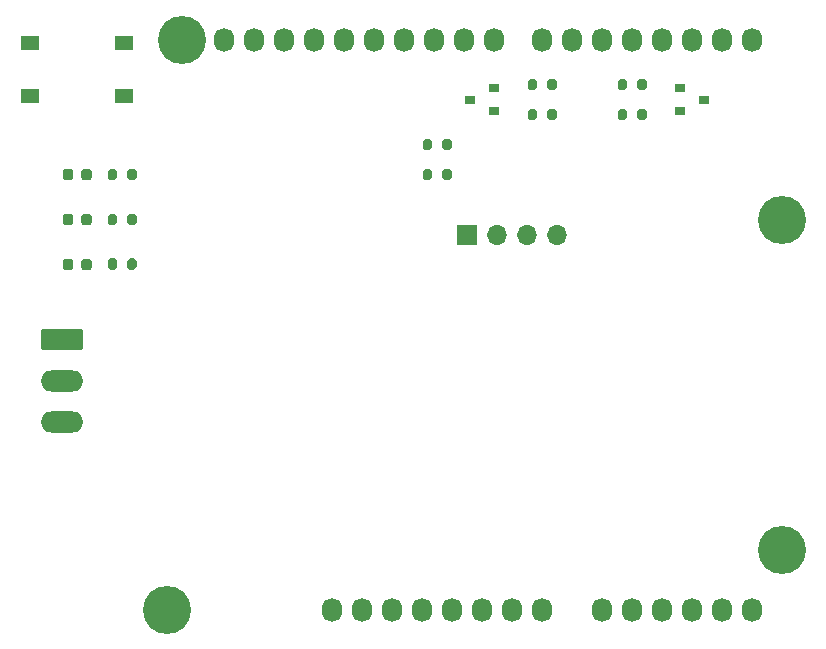
<source format=gbr>
%TF.GenerationSoftware,KiCad,Pcbnew,(5.1.10)-1*%
%TF.CreationDate,2021-10-27T21:18:11-05:00*%
%TF.ProjectId,KVLShield,4b564c53-6869-4656-9c64-2e6b69636164,1.0*%
%TF.SameCoordinates,Original*%
%TF.FileFunction,Soldermask,Top*%
%TF.FilePolarity,Negative*%
%FSLAX46Y46*%
G04 Gerber Fmt 4.6, Leading zero omitted, Abs format (unit mm)*
G04 Created by KiCad (PCBNEW (5.1.10)-1) date 2021-10-27 21:18:11*
%MOMM*%
%LPD*%
G01*
G04 APERTURE LIST*
%ADD10R,1.550000X1.300000*%
%ADD11O,3.600000X1.800000*%
%ADD12O,1.700000X1.700000*%
%ADD13R,1.700000X1.700000*%
%ADD14R,0.900000X0.800000*%
%ADD15O,1.727200X2.032000*%
%ADD16C,4.064000*%
G04 APERTURE END LIST*
D10*
%TO.C,SW1*%
X121323000Y-80355000D03*
X113373000Y-80355000D03*
X121323000Y-75855000D03*
X113373000Y-75855000D03*
%TD*%
%TO.C,R9*%
G36*
G01*
X120733000Y-94300000D02*
X120733000Y-94850000D01*
G75*
G02*
X120533000Y-95050000I-200000J0D01*
G01*
X120133000Y-95050000D01*
G75*
G02*
X119933000Y-94850000I0J200000D01*
G01*
X119933000Y-94300000D01*
G75*
G02*
X120133000Y-94100000I200000J0D01*
G01*
X120533000Y-94100000D01*
G75*
G02*
X120733000Y-94300000I0J-200000D01*
G01*
G37*
G36*
G01*
X122383000Y-94300000D02*
X122383000Y-94850000D01*
G75*
G02*
X122183000Y-95050000I-200000J0D01*
G01*
X121783000Y-95050000D01*
G75*
G02*
X121583000Y-94850000I0J200000D01*
G01*
X121583000Y-94300000D01*
G75*
G02*
X121783000Y-94100000I200000J0D01*
G01*
X122183000Y-94100000D01*
G75*
G02*
X122383000Y-94300000I0J-200000D01*
G01*
G37*
%TD*%
%TO.C,D5*%
G36*
G01*
X117698000Y-94871250D02*
X117698000Y-94358750D01*
G75*
G02*
X117916750Y-94140000I218750J0D01*
G01*
X118354250Y-94140000D01*
G75*
G02*
X118573000Y-94358750I0J-218750D01*
G01*
X118573000Y-94871250D01*
G75*
G02*
X118354250Y-95090000I-218750J0D01*
G01*
X117916750Y-95090000D01*
G75*
G02*
X117698000Y-94871250I0J218750D01*
G01*
G37*
G36*
G01*
X116123000Y-94871250D02*
X116123000Y-94358750D01*
G75*
G02*
X116341750Y-94140000I218750J0D01*
G01*
X116779250Y-94140000D01*
G75*
G02*
X116998000Y-94358750I0J-218750D01*
G01*
X116998000Y-94871250D01*
G75*
G02*
X116779250Y-95090000I-218750J0D01*
G01*
X116341750Y-95090000D01*
G75*
G02*
X116123000Y-94871250I0J218750D01*
G01*
G37*
%TD*%
%TO.C,D4*%
G36*
G01*
X117698000Y-91061250D02*
X117698000Y-90548750D01*
G75*
G02*
X117916750Y-90330000I218750J0D01*
G01*
X118354250Y-90330000D01*
G75*
G02*
X118573000Y-90548750I0J-218750D01*
G01*
X118573000Y-91061250D01*
G75*
G02*
X118354250Y-91280000I-218750J0D01*
G01*
X117916750Y-91280000D01*
G75*
G02*
X117698000Y-91061250I0J218750D01*
G01*
G37*
G36*
G01*
X116123000Y-91061250D02*
X116123000Y-90548750D01*
G75*
G02*
X116341750Y-90330000I218750J0D01*
G01*
X116779250Y-90330000D01*
G75*
G02*
X116998000Y-90548750I0J-218750D01*
G01*
X116998000Y-91061250D01*
G75*
G02*
X116779250Y-91280000I-218750J0D01*
G01*
X116341750Y-91280000D01*
G75*
G02*
X116123000Y-91061250I0J218750D01*
G01*
G37*
%TD*%
%TO.C,D3*%
G36*
G01*
X117698000Y-87251250D02*
X117698000Y-86738750D01*
G75*
G02*
X117916750Y-86520000I218750J0D01*
G01*
X118354250Y-86520000D01*
G75*
G02*
X118573000Y-86738750I0J-218750D01*
G01*
X118573000Y-87251250D01*
G75*
G02*
X118354250Y-87470000I-218750J0D01*
G01*
X117916750Y-87470000D01*
G75*
G02*
X117698000Y-87251250I0J218750D01*
G01*
G37*
G36*
G01*
X116123000Y-87251250D02*
X116123000Y-86738750D01*
G75*
G02*
X116341750Y-86520000I218750J0D01*
G01*
X116779250Y-86520000D01*
G75*
G02*
X116998000Y-86738750I0J-218750D01*
G01*
X116998000Y-87251250D01*
G75*
G02*
X116779250Y-87470000I-218750J0D01*
G01*
X116341750Y-87470000D01*
G75*
G02*
X116123000Y-87251250I0J218750D01*
G01*
G37*
%TD*%
D11*
%TO.C,J1*%
X116078000Y-107965000D03*
X116078000Y-104465000D03*
G36*
G01*
X114528000Y-100065000D02*
X117628000Y-100065000D01*
G75*
G02*
X117878000Y-100315000I0J-250000D01*
G01*
X117878000Y-101615000D01*
G75*
G02*
X117628000Y-101865000I-250000J0D01*
G01*
X114528000Y-101865000D01*
G75*
G02*
X114278000Y-101615000I0J250000D01*
G01*
X114278000Y-100315000D01*
G75*
G02*
X114528000Y-100065000I250000J0D01*
G01*
G37*
%TD*%
D12*
%TO.C,J2*%
X157988000Y-92075000D03*
X155448000Y-92075000D03*
X152908000Y-92075000D03*
D13*
X150368000Y-92075000D03*
%TD*%
D14*
%TO.C,Q2*%
X170418000Y-80645000D03*
X168418000Y-81595000D03*
X168418000Y-79695000D03*
%TD*%
%TO.C,Q1*%
X150638000Y-80645000D03*
X152638000Y-79695000D03*
X152638000Y-81595000D03*
%TD*%
%TO.C,R8*%
G36*
G01*
X120733000Y-90530000D02*
X120733000Y-91080000D01*
G75*
G02*
X120533000Y-91280000I-200000J0D01*
G01*
X120133000Y-91280000D01*
G75*
G02*
X119933000Y-91080000I0J200000D01*
G01*
X119933000Y-90530000D01*
G75*
G02*
X120133000Y-90330000I200000J0D01*
G01*
X120533000Y-90330000D01*
G75*
G02*
X120733000Y-90530000I0J-200000D01*
G01*
G37*
G36*
G01*
X122383000Y-90530000D02*
X122383000Y-91080000D01*
G75*
G02*
X122183000Y-91280000I-200000J0D01*
G01*
X121783000Y-91280000D01*
G75*
G02*
X121583000Y-91080000I0J200000D01*
G01*
X121583000Y-90530000D01*
G75*
G02*
X121783000Y-90330000I200000J0D01*
G01*
X122183000Y-90330000D01*
G75*
G02*
X122383000Y-90530000I0J-200000D01*
G01*
G37*
%TD*%
%TO.C,R7*%
G36*
G01*
X120733000Y-86720000D02*
X120733000Y-87270000D01*
G75*
G02*
X120533000Y-87470000I-200000J0D01*
G01*
X120133000Y-87470000D01*
G75*
G02*
X119933000Y-87270000I0J200000D01*
G01*
X119933000Y-86720000D01*
G75*
G02*
X120133000Y-86520000I200000J0D01*
G01*
X120533000Y-86520000D01*
G75*
G02*
X120733000Y-86720000I0J-200000D01*
G01*
G37*
G36*
G01*
X122383000Y-86720000D02*
X122383000Y-87270000D01*
G75*
G02*
X122183000Y-87470000I-200000J0D01*
G01*
X121783000Y-87470000D01*
G75*
G02*
X121583000Y-87270000I0J200000D01*
G01*
X121583000Y-86720000D01*
G75*
G02*
X121783000Y-86520000I200000J0D01*
G01*
X122183000Y-86520000D01*
G75*
G02*
X122383000Y-86720000I0J-200000D01*
G01*
G37*
%TD*%
%TO.C,R6*%
G36*
G01*
X164763000Y-79650000D02*
X164763000Y-79100000D01*
G75*
G02*
X164963000Y-78900000I200000J0D01*
G01*
X165363000Y-78900000D01*
G75*
G02*
X165563000Y-79100000I0J-200000D01*
G01*
X165563000Y-79650000D01*
G75*
G02*
X165363000Y-79850000I-200000J0D01*
G01*
X164963000Y-79850000D01*
G75*
G02*
X164763000Y-79650000I0J200000D01*
G01*
G37*
G36*
G01*
X163113000Y-79650000D02*
X163113000Y-79100000D01*
G75*
G02*
X163313000Y-78900000I200000J0D01*
G01*
X163713000Y-78900000D01*
G75*
G02*
X163913000Y-79100000I0J-200000D01*
G01*
X163913000Y-79650000D01*
G75*
G02*
X163713000Y-79850000I-200000J0D01*
G01*
X163313000Y-79850000D01*
G75*
G02*
X163113000Y-79650000I0J200000D01*
G01*
G37*
%TD*%
%TO.C,R5*%
G36*
G01*
X147403000Y-86720000D02*
X147403000Y-87270000D01*
G75*
G02*
X147203000Y-87470000I-200000J0D01*
G01*
X146803000Y-87470000D01*
G75*
G02*
X146603000Y-87270000I0J200000D01*
G01*
X146603000Y-86720000D01*
G75*
G02*
X146803000Y-86520000I200000J0D01*
G01*
X147203000Y-86520000D01*
G75*
G02*
X147403000Y-86720000I0J-200000D01*
G01*
G37*
G36*
G01*
X149053000Y-86720000D02*
X149053000Y-87270000D01*
G75*
G02*
X148853000Y-87470000I-200000J0D01*
G01*
X148453000Y-87470000D01*
G75*
G02*
X148253000Y-87270000I0J200000D01*
G01*
X148253000Y-86720000D01*
G75*
G02*
X148453000Y-86520000I200000J0D01*
G01*
X148853000Y-86520000D01*
G75*
G02*
X149053000Y-86720000I0J-200000D01*
G01*
G37*
%TD*%
%TO.C,R4*%
G36*
G01*
X164763000Y-82190000D02*
X164763000Y-81640000D01*
G75*
G02*
X164963000Y-81440000I200000J0D01*
G01*
X165363000Y-81440000D01*
G75*
G02*
X165563000Y-81640000I0J-200000D01*
G01*
X165563000Y-82190000D01*
G75*
G02*
X165363000Y-82390000I-200000J0D01*
G01*
X164963000Y-82390000D01*
G75*
G02*
X164763000Y-82190000I0J200000D01*
G01*
G37*
G36*
G01*
X163113000Y-82190000D02*
X163113000Y-81640000D01*
G75*
G02*
X163313000Y-81440000I200000J0D01*
G01*
X163713000Y-81440000D01*
G75*
G02*
X163913000Y-81640000I0J-200000D01*
G01*
X163913000Y-82190000D01*
G75*
G02*
X163713000Y-82390000I-200000J0D01*
G01*
X163313000Y-82390000D01*
G75*
G02*
X163113000Y-82190000I0J200000D01*
G01*
G37*
%TD*%
%TO.C,R3*%
G36*
G01*
X156293000Y-81640000D02*
X156293000Y-82190000D01*
G75*
G02*
X156093000Y-82390000I-200000J0D01*
G01*
X155693000Y-82390000D01*
G75*
G02*
X155493000Y-82190000I0J200000D01*
G01*
X155493000Y-81640000D01*
G75*
G02*
X155693000Y-81440000I200000J0D01*
G01*
X156093000Y-81440000D01*
G75*
G02*
X156293000Y-81640000I0J-200000D01*
G01*
G37*
G36*
G01*
X157943000Y-81640000D02*
X157943000Y-82190000D01*
G75*
G02*
X157743000Y-82390000I-200000J0D01*
G01*
X157343000Y-82390000D01*
G75*
G02*
X157143000Y-82190000I0J200000D01*
G01*
X157143000Y-81640000D01*
G75*
G02*
X157343000Y-81440000I200000J0D01*
G01*
X157743000Y-81440000D01*
G75*
G02*
X157943000Y-81640000I0J-200000D01*
G01*
G37*
%TD*%
%TO.C,R2*%
G36*
G01*
X147403000Y-84180000D02*
X147403000Y-84730000D01*
G75*
G02*
X147203000Y-84930000I-200000J0D01*
G01*
X146803000Y-84930000D01*
G75*
G02*
X146603000Y-84730000I0J200000D01*
G01*
X146603000Y-84180000D01*
G75*
G02*
X146803000Y-83980000I200000J0D01*
G01*
X147203000Y-83980000D01*
G75*
G02*
X147403000Y-84180000I0J-200000D01*
G01*
G37*
G36*
G01*
X149053000Y-84180000D02*
X149053000Y-84730000D01*
G75*
G02*
X148853000Y-84930000I-200000J0D01*
G01*
X148453000Y-84930000D01*
G75*
G02*
X148253000Y-84730000I0J200000D01*
G01*
X148253000Y-84180000D01*
G75*
G02*
X148453000Y-83980000I200000J0D01*
G01*
X148853000Y-83980000D01*
G75*
G02*
X149053000Y-84180000I0J-200000D01*
G01*
G37*
%TD*%
%TO.C,R1*%
G36*
G01*
X156293000Y-79100000D02*
X156293000Y-79650000D01*
G75*
G02*
X156093000Y-79850000I-200000J0D01*
G01*
X155693000Y-79850000D01*
G75*
G02*
X155493000Y-79650000I0J200000D01*
G01*
X155493000Y-79100000D01*
G75*
G02*
X155693000Y-78900000I200000J0D01*
G01*
X156093000Y-78900000D01*
G75*
G02*
X156293000Y-79100000I0J-200000D01*
G01*
G37*
G36*
G01*
X157943000Y-79100000D02*
X157943000Y-79650000D01*
G75*
G02*
X157743000Y-79850000I-200000J0D01*
G01*
X157343000Y-79850000D01*
G75*
G02*
X157143000Y-79650000I0J200000D01*
G01*
X157143000Y-79100000D01*
G75*
G02*
X157343000Y-78900000I200000J0D01*
G01*
X157743000Y-78900000D01*
G75*
G02*
X157943000Y-79100000I0J-200000D01*
G01*
G37*
%TD*%
D15*
%TO.C,P1*%
X156718000Y-123825000D03*
X154178000Y-123825000D03*
X151638000Y-123825000D03*
X149098000Y-123825000D03*
X146558000Y-123825000D03*
X144018000Y-123825000D03*
X141478000Y-123825000D03*
X138938000Y-123825000D03*
%TD*%
%TO.C,P2*%
X174498000Y-123825000D03*
X171958000Y-123825000D03*
X169418000Y-123825000D03*
X166878000Y-123825000D03*
X164338000Y-123825000D03*
X161798000Y-123825000D03*
%TD*%
%TO.C,P3*%
X152654000Y-75565000D03*
X150114000Y-75565000D03*
X147574000Y-75565000D03*
X145034000Y-75565000D03*
X142494000Y-75565000D03*
X139954000Y-75565000D03*
X137414000Y-75565000D03*
X134874000Y-75565000D03*
X132334000Y-75565000D03*
X129794000Y-75565000D03*
%TD*%
%TO.C,P4*%
X174498000Y-75565000D03*
X171958000Y-75565000D03*
X169418000Y-75565000D03*
X166878000Y-75565000D03*
X164338000Y-75565000D03*
X161798000Y-75565000D03*
X159258000Y-75565000D03*
X156718000Y-75565000D03*
%TD*%
D16*
%TO.C,P5*%
X124968000Y-123825000D03*
%TD*%
%TO.C,P6*%
X177038000Y-118745000D03*
%TD*%
%TO.C,P7*%
X126238000Y-75565000D03*
%TD*%
%TO.C,P8*%
X177038000Y-90805000D03*
%TD*%
M02*

</source>
